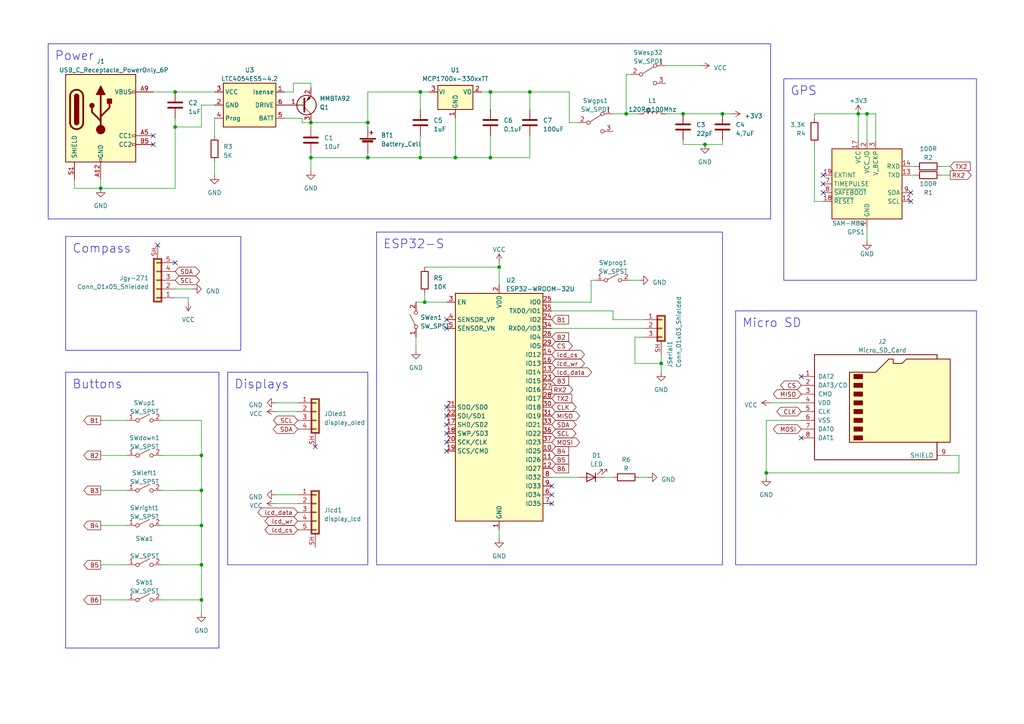
<source format=kicad_sch>
(kicad_sch (version 20230121) (generator eeschema)
  (paper "A4")
  (title_block (title "Esp32_gps_compass") (date "2023-06-05") (rev "v0.1") (company "Davide Barchetta"))
  (lib_symbols
    (symbol "Connector:Micro_SD_Card" (pin_names (offset 1.016))
      (property "Reference" "J" (at -16.51 15.24 0))
      (property "Value" "Micro_SD_Card" (at 16.51 15.24 0))
      (symbol "Micro_SD_Card_0_1"
        (rectangle (start -7.62 -9.525) (end -5.08 -10.795) (fill (type outline)))
        (rectangle (start -7.62 -6.985) (end -5.08 -8.255) (fill (type outline)))
        (rectangle (start -7.62 -4.445) (end -5.08 -5.715) (fill (type outline)))
        (rectangle (start -7.62 -1.905) (end -5.08 -3.175) (fill (type outline)))
        (rectangle (start -7.62 0.635) (end -5.08 -0.635) (fill (type outline)))
        (rectangle (start -7.62 3.175) (end -5.08 1.905) (fill (type outline)))
        (rectangle (start -7.62 5.715) (end -5.08 4.445) (fill (type outline)))
        (rectangle (start -7.62 8.255) (end -5.08 6.985) (fill (type outline)))
        (polyline (pts (xy 16.51 12.7) (xy 16.51 13.97) (xy -19.05 13.97) (xy -19.05 -16.51) (xy 16.51 -16.51) (xy 16.51 -11.43)) (stroke (width 0.254)))
        (polyline (pts (xy -8.89 -11.43) (xy -8.89 8.89) (xy -1.27 8.89) (xy 2.54 12.7) (xy 3.81 12.7) (xy 3.81 11.43) (xy 6.35 11.43) (xy 7.62 12.7) (xy 20.32 12.7) (xy 20.32 -11.43) (xy -8.89 -11.43)) (stroke (width 0.254)) (fill (type background)))
      )
      (symbol "Micro_SD_Card_1_1"
        (pin bidirectional line (at -22.86 7.62 0) (length 3.81) (name "DAT2") (number "1"))
        (pin bidirectional line (at -22.86 5.08 0) (length 3.81) (name "DAT3/CD") (number "2"))
        (pin input line (at -22.86 2.54 0) (length 3.81) (name "CMD") (number "3"))
        (pin power_in line (at -22.86 0 0) (length 3.81) (name "VDD") (number "4"))
        (pin input line (at -22.86 -2.54 0) (length 3.81) (name "CLK") (number "5"))
        (pin power_in line (at -22.86 -5.08 0) (length 3.81) (name "VSS") (number "6"))
        (pin bidirectional line (at -22.86 -7.62 0) (length 3.81) (name "DAT0") (number "7"))
        (pin bidirectional line (at -22.86 -10.16 0) (length 3.81) (name "DAT1") (number "8"))
        (pin passive line (at 20.32 -15.24 180) (length 3.81) (name "SHIELD") (number "9"))
      )
    )
    (symbol "Connector:USB_C_Receptacle_PowerOnly_6P" (pin_names (offset 1.016))
      (property "Reference" "J" (at 0 16.51 0))
      (property "Value" "USB_C_Receptacle_PowerOnly_6P" (at 0 13.97 0))
      (symbol "USB_C_Receptacle_PowerOnly_6P_0_0"
        (rectangle (start -0.254 -12.7) (end 0.254 -11.684))
        (rectangle (start 10.16 -7.366) (end 9.144 -7.874))
        (rectangle (start 10.16 -4.826) (end 9.144 -5.334))
        (rectangle (start 10.16 7.874) (end 9.144 7.366))
      )
      (symbol "USB_C_Receptacle_PowerOnly_6P_0_1"
        (rectangle (start -10.16 12.7) (end 10.16 -12.7) (stroke (width 0.254)) (fill (type background)))
        (arc (start -8.89 -1.27) (mid -6.985 -3.1667) (end -5.08 -1.27) (stroke (width 0.508)))
        (arc (start -7.62 -1.27) (mid -6.985 -1.9023) (end -6.35 -1.27) (stroke (width 0.254)))
        (arc (start -7.62 -1.27) (mid -6.985 -1.9023) (end -6.35 -1.27) (stroke (width 0.254)) (fill (type outline)))
        (rectangle (start -7.62 -1.27) (end -6.35 6.35) (stroke (width 0.254)) (fill (type outline)))
        (arc (start -6.35 6.35) (mid -6.985 6.9823) (end -7.62 6.35) (stroke (width 0.254)))
        (arc (start -6.35 6.35) (mid -6.985 6.9823) (end -7.62 6.35) (stroke (width 0.254)) (fill (type outline)))
        (arc (start -5.08 6.35) (mid -6.985 8.2467) (end -8.89 6.35) (stroke (width 0.508)))
        (circle (center -2.54 3.683) (radius 0.635) (stroke (width 0.254)) (fill (type outline)))
        (circle (center 0 -3.302) (radius 1.27) (fill (type outline)))
        (polyline (pts (xy -8.89 -1.27) (xy -8.89 6.35)) (stroke (width 0.508)))
        (polyline (pts (xy -5.08 6.35) (xy -5.08 -1.27)) (stroke (width 0.508)))
        (polyline (pts (xy 0 -3.302) (xy 0 6.858)) (stroke (width 0.508)))
        (polyline (pts (xy 0 -0.762) (xy -2.54 1.778) (xy -2.54 3.048)) (stroke (width 0.508)))
        (polyline (pts (xy 0 0.508) (xy 2.54 3.048) (xy 2.54 4.318)) (stroke (width 0.508)))
        (polyline (pts (xy -1.27 6.858) (xy 0 9.398) (xy 1.27 6.858) (xy -1.27 6.858)) (stroke (width 0.254)) (fill (type outline)))
        (rectangle (start 1.905 4.318) (end 3.175 5.588) (stroke (width 0.254)) (fill (type outline)))
      )
      (symbol "USB_C_Receptacle_PowerOnly_6P_1_1"
        (pin passive line (at 0 -17.78 90) (length 5.08) (name "GND") (number "A12"))
        (pin bidirectional line (at 15.24 -5.08 180) (length 5.08) (name "CC1") (number "A5"))
        (pin passive line (at 15.24 7.62 180) (length 5.08) (name "VBUS") (number "A9"))
        (pin passive line (at 0 -17.78 90) (length 5.08) hide (name "GND") (number "B12"))
        (pin bidirectional line (at 15.24 -7.62 180) (length 5.08) (name "CC2") (number "B5"))
        (pin passive line (at 15.24 7.62 180) (length 5.08) hide (name "VBUS") (number "B9"))
        (pin passive line (at -7.62 -17.78 90) (length 5.08) (name "SHIELD") (number "S1"))
      )
    )
    (symbol "Connector_Generic_Shielded:Conn_01x03_Shielded" (pin_names (offset 1.016) hide)
      (property "Reference" "J" (at 0.254 4.826 0))
      (property "Value" "Conn_01x03_Shielded" (at 1.016 -4.826 0))
      (symbol "Conn_01x03_Shielded_1_1"
        (rectangle (start -1.27 3.81) (end 1.27 -3.81) (stroke (width 0.1524)))
        (rectangle (start -1.016 -2.413) (end 0.254 -2.667) (stroke (width 0.1524)))
        (rectangle (start -1.016 0.127) (end 0.254 -0.127) (stroke (width 0.1524)))
        (rectangle (start -1.016 2.667) (end 0.254 2.413) (stroke (width 0.1524)))
        (rectangle (start -1.016 3.556) (end 1.016 -3.556) (stroke (width 0.254)) (fill (type background)))
        (pin passive line (at -5.08 2.54 0) (length 4.064) (name "Pin_1") (number "1"))
        (pin passive line (at -5.08 0 0) (length 4.064) (name "Pin_2") (number "2"))
        (pin passive line (at -5.08 -2.54 0) (length 4.064) (name "Pin_3") (number "3"))
        (pin passive line (at 0 -7.62 90) (length 3.81) (name "Shield") (number "SH"))
      )
    )
    (symbol "Connector_Generic_Shielded:Conn_01x04_Shielded" (pin_names (offset 1.016) hide)
      (property "Reference" "J" (at 0.254 4.826 0))
      (property "Value" "Conn_01x04_Shielded" (at 1.016 -7.366 0))
      (symbol "Conn_01x04_Shielded_1_1"
        (rectangle (start -1.27 3.81) (end 1.27 -6.35) (stroke (width 0.1524)))
        (rectangle (start -1.016 -4.953) (end 0.254 -5.207) (stroke (width 0.1524)))
        (rectangle (start -1.016 -2.413) (end 0.254 -2.667) (stroke (width 0.1524)))
        (rectangle (start -1.016 0.127) (end 0.254 -0.127) (stroke (width 0.1524)))
        (rectangle (start -1.016 2.667) (end 0.254 2.413) (stroke (width 0.1524)))
        (rectangle (start -1.016 3.556) (end 1.016 -6.096) (stroke (width 0.254)) (fill (type background)))
        (pin passive line (at -5.08 2.54 0) (length 4.064) (name "Pin_1") (number "1"))
        (pin passive line (at -5.08 0 0) (length 4.064) (name "Pin_2") (number "2"))
        (pin passive line (at -5.08 -2.54 0) (length 4.064) (name "Pin_3") (number "3"))
        (pin passive line (at -5.08 -5.08 0) (length 4.064) (name "Pin_4") (number "4"))
        (pin passive line (at 0 -10.16 90) (length 3.81) (name "Shield") (number "SH"))
      )
    )
    (symbol "Connector_Generic_Shielded:Conn_01x05_Shielded" (pin_names (offset 1.016) hide)
      (property "Reference" "J" (at 0.254 7.366 0))
      (property "Value" "Conn_01x05_Shielded" (at 1.016 -7.366 0))
      (symbol "Conn_01x05_Shielded_1_1"
        (rectangle (start -1.27 6.35) (end 1.27 -6.35) (stroke (width 0.1524)))
        (rectangle (start -1.016 -4.953) (end 0.254 -5.207) (stroke (width 0.1524)))
        (rectangle (start -1.016 -2.413) (end 0.254 -2.667) (stroke (width 0.1524)))
        (rectangle (start -1.016 0.127) (end 0.254 -0.127) (stroke (width 0.1524)))
        (rectangle (start -1.016 2.667) (end 0.254 2.413) (stroke (width 0.1524)))
        (rectangle (start -1.016 5.207) (end 0.254 4.953) (stroke (width 0.1524)))
        (rectangle (start -1.016 6.096) (end 1.016 -6.096) (stroke (width 0.254)) (fill (type background)))
        (pin passive line (at -5.08 5.08 0) (length 4.064) (name "Pin_1") (number "1"))
        (pin passive line (at -5.08 2.54 0) (length 4.064) (name "Pin_2") (number "2"))
        (pin passive line (at -5.08 0 0) (length 4.064) (name "Pin_3") (number "3"))
        (pin passive line (at -5.08 -2.54 0) (length 4.064) (name "Pin_4") (number "4"))
        (pin passive line (at -5.08 -5.08 0) (length 4.064) (name "Pin_5") (number "5"))
        (pin passive line (at 0 -10.16 90) (length 3.81) (name "Shield") (number "SH"))
      )
    )
    (symbol "Device:Battery_Cell" (pin_numbers hide) (pin_names (offset 0) hide)
      (property "Reference" "BT" (at 2.54 2.54 0))
      (property "Value" "Battery_Cell" (at 2.54 0 0))
      (symbol "Battery_Cell_0_1"
        (rectangle (start -2.286 1.778) (end 2.286 1.524) (fill (type outline)))
        (rectangle (start -1.5748 1.1938) (end 1.4732 0.6858) (fill (type outline)))
        (polyline (pts (xy 0 0.762) (xy 0 0)))
        (polyline (pts (xy 0 1.778) (xy 0 2.54)))
        (polyline (pts (xy 0.508 3.429) (xy 1.524 3.429)) (stroke (width 0.254)))
        (polyline (pts (xy 1.016 3.937) (xy 1.016 2.921)) (stroke (width 0.254)))
      )
      (symbol "Battery_Cell_1_1"
        (pin passive line (at 0 5.08 270) (length 2.54) (name "+") (number "1"))
        (pin passive line (at 0 -2.54 90) (length 2.54) (name "-") (number "2"))
      )
    )
    (symbol "Device:C" (pin_numbers hide) (pin_names (offset 0.254))
      (property "Reference" "C" (at 0.635 2.54 0))
      (property "Value" "C" (at 0.635 -2.54 0))
      (symbol "C_0_1"
        (polyline (pts (xy -2.032 -0.762) (xy 2.032 -0.762)) (stroke (width 0.508)))
        (polyline (pts (xy -2.032 0.762) (xy 2.032 0.762)) (stroke (width 0.508)))
      )
      (symbol "C_1_1"
        (pin passive line (at 0 3.81 270) (length 2.794) (name "~") (number "1"))
        (pin passive line (at 0 -3.81 90) (length 2.794) (name "~") (number "2"))
      )
    )
    (symbol "Device:L" (pin_numbers hide) (pin_names (offset 1.016) hide)
      (property "Reference" "L" (at -1.27 0 90))
      (property "Value" "L" (at 1.905 0 90))
      (symbol "L_0_1"
        (arc (start 0 -2.54) (mid 0.6323 -1.905) (end 0 -1.27))
        (arc (start 0 -1.27) (mid 0.6323 -0.635) (end 0 0))
        (arc (start 0 0) (mid 0.6323 0.635) (end 0 1.27))
        (arc (start 0 1.27) (mid 0.6323 1.905) (end 0 2.54))
      )
      (symbol "L_1_1"
        (pin passive line (at 0 3.81 270) (length 1.27) (name "1") (number "1"))
        (pin passive line (at 0 -3.81 90) (length 1.27) (name "2") (number "2"))
      )
    )
    (symbol "Device:LED" (pin_numbers hide) (pin_names (offset 1.016) hide)
      (property "Reference" "D" (at 0 2.54 0))
      (property "Value" "LED" (at 0 -2.54 0))
      (symbol "LED_0_1"
        (polyline (pts (xy -1.27 -1.27) (xy -1.27 1.27)) (stroke (width 0.254)))
        (polyline (pts (xy -1.27 0) (xy 1.27 0)))
        (polyline (pts (xy 1.27 -1.27) (xy 1.27 1.27) (xy -1.27 0) (xy 1.27 -1.27)) (stroke (width 0.254)))
        (polyline (pts (xy -3.048 -0.762) (xy -4.572 -2.286) (xy -3.81 -2.286) (xy -4.572 -2.286) (xy -4.572 -1.524)))
        (polyline (pts (xy -1.778 -0.762) (xy -3.302 -2.286) (xy -2.54 -2.286) (xy -3.302 -2.286) (xy -3.302 -1.524)))
      )
      (symbol "LED_1_1"
        (pin passive line (at -3.81 0 0) (length 2.54) (name "K") (number "1"))
        (pin passive line (at 3.81 0 180) (length 2.54) (name "A") (number "2"))
      )
    )
    (symbol "Device:R" (pin_numbers hide) (pin_names (offset 0))
      (property "Reference" "R" (at 2.032 0 90))
      (property "Value" "R" (at 0 0 90))
      (symbol "R_0_1"
        (rectangle (start -1.016 -2.54) (end 1.016 2.54) (stroke (width 0.254)))
      )
      (symbol "R_1_1"
        (pin passive line (at 0 3.81 270) (length 1.27) (name "~") (number "1"))
        (pin passive line (at 0 -3.81 90) (length 1.27) (name "~") (number "2"))
      )
    )
    (symbol "RF_GPS:SAM-M8Q"
      (property "Reference" "U" (at -8.89 11.43 0))
      (property "Value" "SAM-M8Q" (at 8.89 11.43 0))
      (symbol "SAM-M8Q_0_1"
        (rectangle (start -10.16 10.16) (end 10.16 -10.16) (stroke (width 0.254)) (fill (type background)))
      )
      (symbol "SAM-M8Q_1_1"
        (pin power_in line (at 0 -12.7 90) (length 2.54) (name "GND") (number "1"))
        (pin passive line (at 0 -12.7 90) (length 2.54) hide (name "GND") (number "10"))
        (pin passive line (at 0 -12.7 90) (length 2.54) hide (name "GND") (number "11"))
        (pin input line (at 12.7 -5.08 180) (length 2.54) (name "SCL") (number "12"))
        (pin output line (at 12.7 2.54 180) (length 2.54) (name "TXD") (number "13"))
        (pin input line (at 12.7 5.08 180) (length 2.54) (name "RXD") (number "14"))
        (pin passive line (at 0 -12.7 90) (length 2.54) hide (name "GND") (number "15"))
        (pin passive line (at 0 -12.7 90) (length 2.54) hide (name "GND") (number "16"))
        (pin power_in line (at -2.54 12.7 270) (length 2.54) (name "VCC") (number "17"))
        (pin input line (at -12.7 -5.08 0) (length 2.54) (name "~{RESET}") (number "18"))
        (pin input line (at -12.7 2.54 0) (length 2.54) (name "EXTINT") (number "19"))
        (pin power_in line (at 0 12.7 270) (length 2.54) (name "VCC_IO") (number "2"))
        (pin passive line (at 0 -12.7 90) (length 2.54) hide (name "GND") (number "20"))
        (pin power_in line (at 2.54 12.7 270) (length 2.54) (name "V_BCKP") (number "3"))
        (pin passive line (at 0 -12.7 90) (length 2.54) hide (name "GND") (number "4"))
        (pin passive line (at 0 -12.7 90) (length 2.54) hide (name "GND") (number "5"))
        (pin passive line (at 0 -12.7 90) (length 2.54) hide (name "GND") (number "6"))
        (pin output line (at -12.7 0 0) (length 2.54) (name "TIMEPULSE") (number "7"))
        (pin input line (at -12.7 -2.54 0) (length 2.54) (name "~{SAFEBOOT}") (number "8"))
        (pin bidirectional line (at 12.7 -2.54 180) (length 2.54) (name "SDA") (number "9"))
      )
    )
    (symbol "RF_Module:ESP32-WROOM-32U"
      (property "Reference" "U" (at -12.7 34.29 0))
      (property "Value" "ESP32-WROOM-32U" (at 1.27 34.29 0))
      (symbol "ESP32-WROOM-32U_0_1"
        (rectangle (start -12.7 33.02) (end 12.7 -33.02) (stroke (width 0.254)) (fill (type background)))
      )
      (symbol "ESP32-WROOM-32U_1_1"
        (pin power_in line (at 0 -35.56 90) (length 2.54) (name "GND") (number "1"))
        (pin bidirectional line (at 15.24 -12.7 180) (length 2.54) (name "IO25") (number "10"))
        (pin bidirectional line (at 15.24 -15.24 180) (length 2.54) (name "IO26") (number "11"))
        (pin bidirectional line (at 15.24 -17.78 180) (length 2.54) (name "IO27") (number "12"))
        (pin bidirectional line (at 15.24 10.16 180) (length 2.54) (name "IO14") (number "13"))
        (pin bidirectional line (at 15.24 15.24 180) (length 2.54) (name "IO12") (number "14"))
        (pin passive line (at 0 -35.56 90) (length 2.54) hide (name "GND") (number "15"))
        (pin bidirectional line (at 15.24 12.7 180) (length 2.54) (name "IO13") (number "16"))
        (pin bidirectional line (at -15.24 -5.08 0) (length 2.54) (name "SHD/SD2") (number "17"))
        (pin bidirectional line (at -15.24 -7.62 0) (length 2.54) (name "SWP/SD3") (number "18"))
        (pin bidirectional line (at -15.24 -12.7 0) (length 2.54) (name "SCS/CMD") (number "19"))
        (pin power_in line (at 0 35.56 270) (length 2.54) (name "VDD") (number "2"))
        (pin bidirectional line (at -15.24 -10.16 0) (length 2.54) (name "SCK/CLK") (number "20"))
        (pin bidirectional line (at -15.24 0 0) (length 2.54) (name "SDO/SD0") (number "21"))
        (pin bidirectional line (at -15.24 -2.54 0) (length 2.54) (name "SDI/SD1") (number "22"))
        (pin bidirectional line (at 15.24 7.62 180) (length 2.54) (name "IO15") (number "23"))
        (pin bidirectional line (at 15.24 25.4 180) (length 2.54) (name "IO2") (number "24"))
        (pin bidirectional line (at 15.24 30.48 180) (length 2.54) (name "IO0") (number "25"))
        (pin bidirectional line (at 15.24 20.32 180) (length 2.54) (name "IO4") (number "26"))
        (pin bidirectional line (at 15.24 5.08 180) (length 2.54) (name "IO16") (number "27"))
        (pin bidirectional line (at 15.24 2.54 180) (length 2.54) (name "IO17") (number "28"))
        (pin bidirectional line (at 15.24 17.78 180) (length 2.54) (name "IO5") (number "29"))
        (pin input line (at -15.24 30.48 0) (length 2.54) (name "EN") (number "3"))
        (pin bidirectional line (at 15.24 0 180) (length 2.54) (name "IO18") (number "30"))
        (pin bidirectional line (at 15.24 -2.54 180) (length 2.54) (name "IO19") (number "31"))
        (pin no_connect line (at -12.7 -27.94 0) (length 2.54) hide (name "NC") (number "32"))
        (pin bidirectional line (at 15.24 -5.08 180) (length 2.54) (name "IO21") (number "33"))
        (pin bidirectional line (at 15.24 22.86 180) (length 2.54) (name "RXD0/IO3") (number "34"))
        (pin bidirectional line (at 15.24 27.94 180) (length 2.54) (name "TXD0/IO1") (number "35"))
        (pin bidirectional line (at 15.24 -7.62 180) (length 2.54) (name "IO22") (number "36"))
        (pin bidirectional line (at 15.24 -10.16 180) (length 2.54) (name "IO23") (number "37"))
        (pin passive line (at 0 -35.56 90) (length 2.54) hide (name "GND") (number "38"))
        (pin passive line (at 0 -35.56 90) (length 2.54) hide (name "GND") (number "39"))
        (pin input line (at -15.24 25.4 0) (length 2.54) (name "SENSOR_VP") (number "4"))
        (pin input line (at -15.24 22.86 0) (length 2.54) (name "SENSOR_VN") (number "5"))
        (pin input line (at 15.24 -25.4 180) (length 2.54) (name "IO34") (number "6"))
        (pin input line (at 15.24 -27.94 180) (length 2.54) (name "IO35") (number "7"))
        (pin bidirectional line (at 15.24 -20.32 180) (length 2.54) (name "IO32") (number "8"))
        (pin bidirectional line (at 15.24 -22.86 180) (length 2.54) (name "IO33") (number "9"))
      )
    )
    (symbol "Regulator_Linear:MCP1700x-330xxTT" (pin_names (offset 0.254))
      (property "Reference" "U" (at -3.81 3.175 0))
      (property "Value" "MCP1700x-330xxTT" (at 0 3.175 0))
      (symbol "MCP1700x-330xxTT_0_1"
        (rectangle (start -5.08 1.905) (end 5.08 -5.08) (stroke (width 0.254)) (fill (type background)))
      )
      (symbol "MCP1700x-330xxTT_1_1"
        (pin power_in line (at 0 -7.62 90) (length 2.54) (name "GND") (number "1"))
        (pin power_out line (at 7.62 0 180) (length 2.54) (name "VO") (number "2"))
        (pin power_in line (at -7.62 0 0) (length 2.54) (name "VI") (number "3"))
      )
    )
    (symbol "Switch:SW_SPDT" (pin_names (offset 0) hide)
      (property "Reference" "SW" (at 0 4.318 0))
      (property "Value" "SW_SPDT" (at 0 -5.08 0))
      (symbol "SW_SPDT_0_0"
        (circle (center -2.032 0) (radius 0.508))
        (circle (center 2.032 -2.54) (radius 0.508))
      )
      (symbol "SW_SPDT_0_1"
        (polyline (pts (xy -1.524 0.254) (xy 1.651 2.286)))
        (circle (center 2.032 2.54) (radius 0.508))
      )
      (symbol "SW_SPDT_1_1"
        (pin passive line (at 5.08 2.54 180) (length 2.54) (name "A") (number "1"))
        (pin passive line (at -5.08 0 0) (length 2.54) (name "B") (number "2"))
        (pin passive line (at 5.08 -2.54 180) (length 2.54) (name "C") (number "3"))
      )
    )
    (symbol "Switch:SW_SPST" (pin_names (offset 0) hide)
      (property "Reference" "SW" (at 0 3.175 0))
      (property "Value" "SW_SPST" (at 0 -2.54 0))
      (symbol "SW_SPST_0_0"
        (circle (center -2.032 0) (radius 0.508))
        (polyline (pts (xy -1.524 0.254) (xy 1.524 1.778)))
        (circle (center 2.032 0) (radius 0.508))
      )
      (symbol "SW_SPST_1_1"
        (pin passive line (at -5.08 0 0) (length 2.54) (name "A") (number "1"))
        (pin passive line (at 5.08 0 180) (length 2.54) (name "B") (number "2"))
      )
    )
    (symbol "Transistor_BJT:MMBTA92" (pin_names (offset 0) hide)
      (property "Reference" "Q" (at 5.08 1.905 0))
      (property "Value" "MMBTA92" (at 5.08 0 0))
      (symbol "MMBTA92_0_1"
        (polyline (pts (xy 0 0) (xy 0.635 0)))
        (polyline (pts (xy 2.54 -2.54) (xy 0.635 -0.635)))
        (polyline (pts (xy 2.54 2.54) (xy 0.635 0.635)))
        (polyline (pts (xy 0.635 1.905) (xy 0.635 -1.905) (xy 0.635 -1.905)) (stroke (width 0.508)) (fill (type outline)))
        (polyline (pts (xy 1.905 -2.413) (xy 2.413 -1.905) (xy 1.397 -1.397) (xy 1.905 -2.413) (xy 1.905 -2.413)) (fill (type outline)))
        (circle (center 1.27 0) (radius 2.8194) (stroke (width 0.254)))
      )
      (symbol "MMBTA92_1_1"
        (pin input line (at -5.08 0 0) (length 5.08) (name "B") (number "1"))
        (pin passive line (at 2.54 -5.08 90) (length 2.54) (name "E") (number "2"))
        (pin passive line (at 2.54 5.08 270) (length 2.54) (name "C") (number "3"))
      )
    )
    (symbol "mia_libreria:LTC1734ES6-4.2"
      (property "Reference" "U" (at -5.842 6.604 0))
      (property "Value" "LTC4054ES5-4.2" (at -3.81 6.35 0))
      (symbol "LTC1734ES6-4.2_0_1"
        (rectangle (start -7.62 5.08) (end 7.62 -7.62) (stroke (width 0.254)) (fill (type background)))
      )
      (symbol "LTC1734ES6-4.2_1_1"
        (pin output line (at 10.16 2.54 180) (length 2.54) (name "Isense") (number "1"))
        (pin power_in line (at -10.16 -1.27 0) (length 2.54) (name "GND") (number "2"))
        (pin power_in line (at -10.16 2.54 0) (length 2.54) (name "VCC") (number "3"))
        (pin bidirectional line (at -10.16 -5.08 0) (length 2.54) (name "Prog") (number "4"))
        (pin power_out line (at 10.16 -5.08 180) (length 2.54) (name "BATT") (number "5"))
        (pin output line (at 10.16 -1.27 180) (length 2.54) (name "DRIVE") (number "6"))
      )
    )
    (symbol "power:+3V3" (power) (pin_names (offset 0))
      (property "Value" "+3V3" (at 0 3.556 0))
      (symbol "+3V3_0_1"
        (polyline (pts (xy -0.762 1.27) (xy 0 2.54)))
        (polyline (pts (xy 0 0) (xy 0 2.54)))
        (polyline (pts (xy 0 2.54) (xy 0.762 1.27)))
      )
      (symbol "+3V3_1_1"
        (pin power_in line (at 0 0 90) (length 0) hide (name "+3V3") (number "1"))
      )
    )
    (symbol "power:GND" (power) (pin_names (offset 0))
      (property "Value" "GND" (at 0 -3.81 0))
      (symbol "GND_0_1"
        (polyline (pts (xy 0 0) (xy 0 -1.27) (xy 1.27 -1.27) (xy 0 -2.54) (xy -1.27 -1.27) (xy 0 -1.27)))
      )
      (symbol "GND_1_1"
        (pin power_in line (at 0 0 270) (length 0) hide (name "GND") (number "1"))
      )
    )
    (symbol "power:VCC" (power) (pin_names (offset 0))
      (property "Value" "VCC" (at 0 3.81 0))
      (symbol "VCC_0_1"
        (polyline (pts (xy -0.762 1.27) (xy 0 2.54)))
        (polyline (pts (xy 0 0) (xy 0 2.54)))
        (polyline (pts (xy 0 2.54) (xy 0.762 1.27)))
      )
      (symbol "VCC_1_1"
        (pin power_in line (at 0 0 90) (length 0) hide (name "VCC") (number "1"))
      )
    )
  )
  (junction (at 58.42 152.4))
  (junction (at 58.42 142.24))
  (junction (at 204.47 41.91))
  (junction (at 222.25 137.16))
  (junction (at 106.68 45.72))
  (junction (at 90.17 35.56))
  (junction (at 58.42 173.99))
  (junction (at 191.77 105.41))
  (junction (at 142.24 45.72))
  (junction (at 121.92 45.72))
  (junction (at 58.42 132.08))
  (junction (at 121.92 26.67))
  (junction (at 58.42 163.83))
  (junction (at 142.24 26.67))
  (junction (at 123.19 87.63))
  (junction (at 90.17 45.72))
  (junction (at 132.08 45.72))
  (junction (at 251.46 33.02))
  (junction (at 50.8 36.83))
  (junction (at 209.55 33.02))
  (junction (at 106.68 35.56))
  (junction (at 29.21 54.61))
  (junction (at 50.8 26.67))
  (junction (at 144.78 77.47))
  (junction (at 153.67 26.67))
  (junction (at 198.12 33.02))
  (junction (at 181.61 33.02))
  (junction (at 248.92 33.02))
  (no_connect (at 129.54 92.71))
  (no_connect (at 232.41 127))
  (no_connect (at 129.54 123.19))
  (no_connect (at 44.45 41.91))
  (no_connect (at 238.76 53.34))
  (no_connect (at 238.76 55.88))
  (no_connect (at 264.16 58.42))
  (no_connect (at 238.76 50.8))
  (no_connect (at 129.54 118.11))
  (no_connect (at 160.02 143.51))
  (no_connect (at 264.16 55.88))
  (no_connect (at 160.02 146.05))
  (no_connect (at 129.54 128.27))
  (no_connect (at 45.72 71.12))
  (no_connect (at 91.44 129.54))
  (no_connect (at 129.54 95.25))
  (no_connect (at 44.45 39.37))
  (no_connect (at 50.8 76.2))
  (no_connect (at 129.54 120.65))
  (no_connect (at 129.54 130.81))
  (no_connect (at 129.54 125.73))
  (no_connect (at 232.41 109.22))
  (no_connect (at 160.02 140.97))
  (wire (pts (xy 184.15 97.79) (xy 184.15 105.41)))
  (wire (pts (xy 29.21 142.24) (xy 36.83 142.24)))
  (wire (pts (xy 120.65 97.79) (xy 120.65 101.6)))
  (wire (pts (xy 123.19 77.47) (xy 144.78 77.47)))
  (wire (pts (xy 62.23 30.48) (xy 58.42 30.48)))
  (wire (pts (xy 251.46 40.64) (xy 251.46 33.02)))
  (wire (pts (xy 209.55 40.64) (xy 209.55 41.91)))
  (wire (pts (xy 248.92 33.02) (xy 248.92 40.64)))
  (wire (pts (xy 132.08 34.29) (xy 132.08 45.72)))
  (wire (pts (xy 236.22 34.29) (xy 236.22 33.02)))
  (wire (pts (xy 142.24 39.37) (xy 142.24 45.72)))
  (wire (pts (xy 90.17 45.72) (xy 90.17 49.53)))
  (wire (pts (xy 198.12 40.64) (xy 198.12 41.91)))
  (wire (pts (xy 106.68 45.72) (xy 121.92 45.72)))
  (wire (pts (xy 165.1 35.56) (xy 165.1 26.67)))
  (wire (pts (xy 29.21 152.4) (xy 36.83 152.4)))
  (wire (pts (xy 223.52 116.84) (xy 232.41 116.84)))
  (wire (pts (xy 181.61 21.59) (xy 181.61 33.02)))
  (wire (pts (xy 106.68 36.83) (xy 106.68 35.56)))
  (wire (pts (xy 167.64 35.56) (xy 165.1 35.56)))
  (wire (pts (xy 29.21 121.92) (xy 36.83 121.92)))
  (wire (pts (xy 90.17 45.72) (xy 106.68 45.72)))
  (wire (pts (xy 121.92 26.67) (xy 121.92 31.75)))
  (wire (pts (xy 80.01 119.38) (xy 86.36 119.38)))
  (wire (pts (xy 160.02 138.43) (xy 167.64 138.43)))
  (wire (pts (xy 160.02 95.25) (xy 186.69 95.25)))
  (wire (pts (xy 254 40.64) (xy 254 33.02)))
  (wire (pts (xy 121.92 39.37) (xy 121.92 45.72)))
  (wire (pts (xy 58.42 173.99) (xy 58.42 177.8)))
  (wire (pts (xy 87.63 35.56) (xy 90.17 35.56)))
  (wire (pts (xy 50.8 86.36) (xy 54.61 86.36)))
  (wire (pts (xy 236.22 58.42) (xy 236.22 41.91)))
  (wire (pts (xy 171.45 81.28) (xy 171.45 87.63)))
  (wire (pts (xy 142.24 45.72) (xy 153.67 45.72)))
  (wire (pts (xy 254 33.02) (xy 251.46 33.02)))
  (wire (pts (xy 21.59 52.07) (xy 21.59 54.61)))
  (wire (pts (xy 191.77 105.41) (xy 191.77 107.95)))
  (wire (pts (xy 153.67 26.67) (xy 153.67 31.75)))
  (wire (pts (xy 153.67 39.37) (xy 153.67 45.72)))
  (wire (pts (xy 106.68 26.67) (xy 106.68 35.56)))
  (wire (pts (xy 58.42 142.24) (xy 58.42 152.4)))
  (wire (pts (xy 54.61 86.36) (xy 54.61 87.63)))
  (wire (pts (xy 177.8 92.71) (xy 186.69 92.71)))
  (wire (pts (xy 278.13 137.16) (xy 222.25 137.16)))
  (wire (pts (xy 46.99 121.92) (xy 58.42 121.92)))
  (wire (pts (xy 29.21 173.99) (xy 36.83 173.99)))
  (wire (pts (xy 29.21 163.83) (xy 36.83 163.83)))
  (wire (pts (xy 58.42 152.4) (xy 58.42 163.83)))
  (wire (pts (xy 106.68 44.45) (xy 106.68 45.72)))
  (wire (pts (xy 177.8 33.02) (xy 181.61 33.02)))
  (wire (pts (xy 50.8 36.83) (xy 50.8 54.61)))
  (wire (pts (xy 132.08 45.72) (xy 142.24 45.72)))
  (wire (pts (xy 209.55 33.02) (xy 212.09 33.02)))
  (wire (pts (xy 175.26 138.43) (xy 177.8 138.43)))
  (wire (pts (xy 236.22 33.02) (xy 248.92 33.02)))
  (wire (pts (xy 46.99 152.4) (xy 58.42 152.4)))
  (wire (pts (xy 265.43 50.8) (xy 264.16 50.8)))
  (wire (pts (xy 46.99 173.99) (xy 58.42 173.99)))
  (wire (pts (xy 193.04 33.02) (xy 198.12 33.02)))
  (wire (pts (xy 198.12 33.02) (xy 209.55 33.02)))
  (wire (pts (xy 90.17 44.45) (xy 90.17 45.72)))
  (wire (pts (xy 222.25 138.43) (xy 222.25 137.16)))
  (wire (pts (xy 58.42 121.92) (xy 58.42 132.08)))
  (wire (pts (xy 82.55 34.29) (xy 87.63 34.29)))
  (wire (pts (xy 232.41 121.92) (xy 222.25 121.92)))
  (wire (pts (xy 87.63 34.29) (xy 87.63 35.56)))
  (wire (pts (xy 144.78 153.67) (xy 144.78 156.21)))
  (wire (pts (xy 275.59 48.26) (xy 273.05 48.26)))
  (wire (pts (xy 29.21 132.08) (xy 36.83 132.08)))
  (wire (pts (xy 80.01 143.51) (xy 86.36 143.51)))
  (wire (pts (xy 191.77 102.87) (xy 191.77 105.41)))
  (wire (pts (xy 85.09 24.13) (xy 90.17 24.13)))
  (wire (pts (xy 58.42 163.83) (xy 58.42 173.99)))
  (wire (pts (xy 142.24 26.67) (xy 142.24 31.75)))
  (wire (pts (xy 120.65 87.63) (xy 123.19 87.63)))
  (wire (pts (xy 182.88 21.59) (xy 181.61 21.59)))
  (wire (pts (xy 46.99 163.83) (xy 58.42 163.83)))
  (wire (pts (xy 181.61 33.02) (xy 185.42 33.02)))
  (wire (pts (xy 50.8 26.67) (xy 62.23 26.67)))
  (wire (pts (xy 222.25 121.92) (xy 222.25 137.16)))
  (wire (pts (xy 90.17 36.83) (xy 90.17 35.56)))
  (wire (pts (xy 58.42 30.48) (xy 58.42 36.83)))
  (wire (pts (xy 85.09 26.67) (xy 85.09 24.13)))
  (wire (pts (xy 46.99 142.24) (xy 58.42 142.24)))
  (wire (pts (xy 46.99 132.08) (xy 58.42 132.08)))
  (wire (pts (xy 62.23 46.99) (xy 62.23 50.8)))
  (wire (pts (xy 204.47 41.91) (xy 209.55 41.91)))
  (wire (pts (xy 90.17 35.56) (xy 106.68 35.56)))
  (wire (pts (xy 275.59 50.8) (xy 273.05 50.8)))
  (wire (pts (xy 251.46 69.85) (xy 251.46 66.04)))
  (wire (pts (xy 90.17 24.13) (xy 90.17 25.4)))
  (wire (pts (xy 144.78 76.2) (xy 144.78 77.47)))
  (wire (pts (xy 106.68 26.67) (xy 121.92 26.67)))
  (wire (pts (xy 198.12 41.91) (xy 204.47 41.91)))
  (wire (pts (xy 58.42 132.08) (xy 58.42 142.24)))
  (wire (pts (xy 123.19 87.63) (xy 129.54 87.63)))
  (wire (pts (xy 171.45 87.63) (xy 160.02 87.63)))
  (wire (pts (xy 50.8 36.83) (xy 50.8 34.29)))
  (wire (pts (xy 278.13 132.08) (xy 278.13 137.16)))
  (wire (pts (xy 203.2 19.05) (xy 193.04 19.05)))
  (wire (pts (xy 121.92 45.72) (xy 132.08 45.72)))
  (wire (pts (xy 186.69 97.79) (xy 184.15 97.79)))
  (wire (pts (xy 153.67 26.67) (xy 165.1 26.67)))
  (wire (pts (xy 139.7 26.67) (xy 142.24 26.67)))
  (wire (pts (xy 80.01 116.84) (xy 86.36 116.84)))
  (wire (pts (xy 171.45 81.28) (xy 172.72 81.28)))
  (wire (pts (xy 184.15 105.41) (xy 191.77 105.41)))
  (wire (pts (xy 142.24 26.67) (xy 153.67 26.67)))
  (wire (pts (xy 185.42 138.43) (xy 187.96 138.43)))
  (wire (pts (xy 121.92 26.67) (xy 124.46 26.67)))
  (wire (pts (xy 80.01 146.05) (xy 86.36 146.05)))
  (wire (pts (xy 251.46 33.02) (xy 248.92 33.02)))
  (wire (pts (xy 82.55 26.67) (xy 85.09 26.67)))
  (wire (pts (xy 160.02 90.17) (xy 177.8 90.17)))
  (wire (pts (xy 265.43 48.26) (xy 264.16 48.26)))
  (wire (pts (xy 182.88 81.28) (xy 185.42 81.28)))
  (wire (pts (xy 123.19 85.09) (xy 123.19 87.63)))
  (wire (pts (xy 238.76 58.42) (xy 236.22 58.42)))
  (wire (pts (xy 50.8 83.82) (xy 55.88 83.82)))
  (wire (pts (xy 21.59 54.61) (xy 29.21 54.61)))
  (wire (pts (xy 275.59 132.08) (xy 278.13 132.08)))
  (wire (pts (xy 50.8 54.61) (xy 29.21 54.61)))
  (wire (pts (xy 62.23 34.29) (xy 62.23 39.37)))
  (wire (pts (xy 58.42 36.83) (xy 50.8 36.83)))
  (wire (pts (xy 29.21 52.07) (xy 29.21 54.61)))
  (wire (pts (xy 144.78 77.47) (xy 144.78 82.55)))
  (wire (pts (xy 177.8 90.17) (xy 177.8 92.71)))
  (wire (pts (xy 44.45 26.67) (xy 50.8 26.67)))
  (text_box "Displays" (at 66.04 107.95 0) (size 40.64 55.88) (effects (font (size 2.54 2.54)) (justify left top)))
  (text_box "ESP32-S" (at 109.22 67.31 0) (size 100.33 96.52) (effects (font (size 2.54 2.54)) (justify left top)))
  (text_box "Buttons" (at 19.05 107.95 0) (size 44.45 80.01) (effects (font (size 2.54 2.54)) (justify left top)))
  (text_box "Micro SD\n" (at 213.36 90.17 0) (size 69.85 73.66) (effects (font (size 2.54 2.54)) (justify left top)))
  (text_box "Compass" (at 19.05 68.58 0) (size 50.8 33.02) (effects (font (size 2.54 2.54)) (justify left top)))
  (text_box "Power" (at 13.97 12.7 0) (size 209.55 50.8) (effects (font (size 2.54 2.54)) (justify left top)))
  (text_box "GPS" (at 227.33 22.86 0) (size 55.88 58.42) (effects (font (size 2.54 2.54)) (justify left top)))
  (global_label "MOSI" (shape bidirectional) (at 160.02 128.27 0) (property "Intersheetrefs" "${INTERSHEET_REFS}" (effects hide)))
  (global_label "SCL" (shape bidirectional) (at 86.36 121.92 180) (property "Intersheetrefs" "${INTERSHEET_REFS}" (effects hide)))
  (global_label "lcd_data" (shape bidirectional) (at 86.36 148.59 180) (property "Intersheetrefs" "${INTERSHEET_REFS}" (effects hide)))
  (global_label "B4" (shape output) (at 29.21 152.4 180) (property "Intersheetrefs" "${INTERSHEET_REFS}" (effects hide)))
  (global_label "lcd_wr" (shape bidirectional) (at 160.02 105.41 0) (property "Intersheetrefs" "${INTERSHEET_REFS}" (effects hide)))
  (global_label "SDA" (shape bidirectional) (at 50.8 78.74 0) (property "Intersheetrefs" "${INTERSHEET_REFS}" (effects hide)))
  (global_label "B3" (shape input) (at 160.02 110.49 0) (property "Intersheetrefs" "${INTERSHEET_REFS}" (effects hide)))
  (global_label "B2" (shape input) (at 160.02 97.79 0) (property "Intersheetrefs" "${INTERSHEET_REFS}" (effects hide)))
  (global_label "B3" (shape output) (at 29.21 142.24 180) (property "Intersheetrefs" "${INTERSHEET_REFS}" (effects hide)))
  (global_label "lcd_cs" (shape bidirectional) (at 86.36 153.67 180) (property "Intersheetrefs" "${INTERSHEET_REFS}" (effects hide)))
  (global_label "RX2" (shape output) (at 160.02 113.03 0) (property "Intersheetrefs" "${INTERSHEET_REFS}" (effects hide)))
  (global_label "TX2" (shape input) (at 275.59 48.26 0) (property "Intersheetrefs" "${INTERSHEET_REFS}" (effects hide)))
  (global_label "lcd_cs" (shape bidirectional) (at 160.02 102.87 0) (property "Intersheetrefs" "${INTERSHEET_REFS}" (effects hide)))
  (global_label "B5" (shape input) (at 160.02 133.35 0) (property "Intersheetrefs" "${INTERSHEET_REFS}" (effects hide)))
  (global_label "MOSI" (shape bidirectional) (at 232.41 124.46 180) (property "Intersheetrefs" "${INTERSHEET_REFS}" (effects hide)))
  (global_label "CS" (shape bidirectional) (at 160.02 100.33 0) (property "Intersheetrefs" "${INTERSHEET_REFS}" (effects hide)))
  (global_label "B1" (shape input) (at 160.02 92.71 0) (property "Intersheetrefs" "${INTERSHEET_REFS}" (effects hide)))
  (global_label "B2" (shape output) (at 29.21 132.08 180) (property "Intersheetrefs" "${INTERSHEET_REFS}" (effects hide)))
  (global_label "RX2" (shape output) (at 275.59 50.8 0) (property "Intersheetrefs" "${INTERSHEET_REFS}" (effects hide)))
  (global_label "MISO" (shape bidirectional) (at 160.02 120.65 0) (property "Intersheetrefs" "${INTERSHEET_REFS}" (effects hide)))
  (global_label "SCL" (shape bidirectional) (at 50.8 81.28 0) (property "Intersheetrefs" "${INTERSHEET_REFS}" (effects hide)))
  (global_label "CLK" (shape bidirectional) (at 160.02 118.11 0) (property "Intersheetrefs" "${INTERSHEET_REFS}" (effects hide)))
  (global_label "lcd_wr" (shape bidirectional) (at 86.36 151.13 180) (property "Intersheetrefs" "${INTERSHEET_REFS}" (effects hide)))
  (global_label "B1" (shape output) (at 29.21 121.92 180) (property "Intersheetrefs" "${INTERSHEET_REFS}" (effects hide)))
  (global_label "SDA" (shape bidirectional) (at 86.36 124.46 180) (property "Intersheetrefs" "${INTERSHEET_REFS}" (effects hide)))
  (global_label "lcd_data" (shape bidirectional) (at 160.02 107.95 0) (property "Intersheetrefs" "${INTERSHEET_REFS}" (effects hide)))
  (global_label "SDA" (shape bidirectional) (at 160.02 123.19 0) (property "Intersheetrefs" "${INTERSHEET_REFS}" (effects hide)))
  (global_label "MISO" (shape bidirectional) (at 232.41 114.3 180) (property "Intersheetrefs" "${INTERSHEET_REFS}" (effects hide)))
  (global_label "CS" (shape bidirectional) (at 232.41 111.76 180) (property "Intersheetrefs" "${INTERSHEET_REFS}" (effects hide)))
  (global_label "B6" (shape input) (at 160.02 135.89 0) (property "Intersheetrefs" "${INTERSHEET_REFS}" (effects hide)))
  (global_label "SCL" (shape bidirectional) (at 160.02 125.73 0) (property "Intersheetrefs" "${INTERSHEET_REFS}" (effects hide)))
  (global_label "B6" (shape output) (at 29.21 173.99 180) (property "Intersheetrefs" "${INTERSHEET_REFS}" (effects hide)))
  (global_label "B4" (shape input) (at 160.02 130.81 0) (property "Intersheetrefs" "${INTERSHEET_REFS}" (effects hide)))
  (global_label "TX2" (shape input) (at 160.02 115.57 0) (property "Intersheetrefs" "${INTERSHEET_REFS}" (effects hide)))
  (global_label "B5" (shape output) (at 29.21 163.83 180) (property "Intersheetrefs" "${INTERSHEET_REFS}" (effects hide)))
  (global_label "CLK" (shape bidirectional) (at 232.41 119.38 180) (property "Intersheetrefs" "${INTERSHEET_REFS}" (effects hide)))
  (symbol (lib_id "Switch:SW_SPDT") (at 172.72 35.56 0) (unit 1)
    (property "Reference" "SWgps1" (at 172.72 29.21 0))
    (property "Value" "SW_SPDT" (at 172.72 31.75 0))
    (property "Footprint" "Button_Switch_SMD:SW_SPDT_PCM12" (effects hide))
  )
  (symbol (lib_id "power:VCC") (at 80.01 119.38 90) (unit 1)
    (property "Reference" "#PWR021" (effects hide))
    (property "Value" "VCC" (at 76.2 120.015 90) (effects (justify left)))
  )
  (symbol (lib_id "Switch:SW_SPDT") (at 187.96 21.59 0) (unit 1)
    (property "Reference" "SWesp32" (at 187.96 15.24 0))
    (property "Value" "SW_SPDT" (at 187.96 17.78 0))
    (property "Footprint" "Button_Switch_SMD:SW_SPDT_PCM12" (effects hide))
  )
  (symbol (lib_id "Switch:SW_SPST") (at 41.91 163.83 0) (unit 1)
    (property "Reference" "SWa1" (at 41.91 156.21 0))
    (property "Value" "SW_SPST" (at 41.91 161.29 0))
    (property "Footprint" "Button_Switch_THT:SW_PUSH_6mm" (effects hide))
  )
  (symbol (lib_id "Device:C") (at 121.92 35.56 0) (unit 1)
    (property "Reference" "C5" (at 125.73 34.925 0) (effects (justify left)))
    (property "Value" "1uF" (at 125.73 37.465 0) (effects (justify left)))
    (property "Footprint" "Capacitor_SMD:C_0805_2012Metric_Pad1.18x1.45mm_HandSolder" (effects hide))
  )
  (symbol (lib_id "power:GND") (at 185.42 81.28 90) (unit 1)
    (property "Reference" "#PWR03" (effects hide))
    (property "Value" "GND" (at 189.23 81.915 90) (effects (justify right)))
  )
  (symbol (lib_id "Switch:SW_SPST") (at 41.91 152.4 0) (unit 1)
    (property "Reference" "SWright1" (at 41.91 147.32 0))
    (property "Value" "SW_SPST" (at 41.91 149.86 0))
    (property "Footprint" "Button_Switch_THT:SW_PUSH_6mm" (effects hide))
  )
  (symbol (lib_id "Connector:USB_C_Receptacle_PowerOnly_6P") (at 29.21 34.29 0) (unit 1)
    (property "Reference" "J1" (at 29.21 17.78 0))
    (property "Value" "USB_C_Receptacle_PowerOnly_6P" (at 33.02 20.32 0))
    (property "Footprint" "Connector_USB:USB_C_Receptacle_GCT_USB4085" (effects hide))
    (property "Datasheet" "https://www.usb.org/sites/default/files/documents/usb_type-c.zip" (effects hide))
  )
  (symbol (lib_id "Transistor_BJT:MMBTA92") (at 87.63 30.48 0) (mirror x) (unit 1)
    (property "Reference" "Q1" (at 92.71 31.115 0) (effects (justify left)))
    (property "Value" "MMBTA92" (at 92.71 28.575 0) (effects (justify left)))
    (property "Footprint" "Package_TO_SOT_SMD:SOT-23" (effects hide))
    (property "Datasheet" "https://www.onsemi.com/pub/Collateral/MMBTA92LT1-D.PDF" (effects hide))
  )
  (symbol (lib_id "Device:R") (at 62.23 43.18 0) (unit 1)
    (property "Reference" "R3" (at 64.77 42.545 0) (effects (justify left)))
    (property "Value" "5K" (at 64.77 45.085 0) (effects (justify left)))
    (property "Footprint" "Resistor_SMD:R_0603_1608Metric_Pad0.98x0.95mm_HandSolder" (effects hide))
  )
  (symbol (lib_id "power:GND") (at 80.01 143.51 270) (unit 1)
    (property "Reference" "#PWR023" (effects hide))
    (property "Value" "GND" (at 76.2 144.145 90) (effects (justify right)))
  )
  (symbol (lib_id "mia_libreria:LTC1734ES6-4.2") (at 72.39 29.21 0) (unit 1)
    (property "Reference" "U3" (at 72.39 20.32 0))
    (property "Value" "LTC4054ES5-4.2" (at 72.39 22.86 0))
    (property "Footprint" "Package_TO_SOT_SMD:TSOT-23-6_HandSoldering" (effects hide))
    (property "Datasheet" "https://www.analog.com/media/en/technical-documentation/data-sheets/1734fa.pdf" (effects hide))
  )
  (symbol (lib_id "Device:C") (at 153.67 35.56 0) (unit 1)
    (property "Reference" "C7" (at 157.48 34.925 0) (effects (justify left)))
    (property "Value" "100uF" (at 157.48 37.465 0) (effects (justify left)))
    (property "Footprint" "Capacitor_SMD:C_0805_2012Metric_Pad1.18x1.45mm_HandSolder" (effects hide))
  )
  (symbol (lib_id "Device:R") (at 123.19 81.28 0) (unit 1)
    (property "Reference" "R5" (at 125.73 80.645 0) (effects (justify left)))
    (property "Value" "10K" (at 125.73 83.185 0) (effects (justify left)))
    (property "Footprint" "Resistor_SMD:R_0603_1608Metric_Pad0.98x0.95mm_HandSolder" (effects hide))
  )
  (symbol (lib_id "Device:C") (at 198.12 36.83 0) (unit 1)
    (property "Reference" "C3" (at 201.93 36.195 0) (effects (justify left)))
    (property "Value" "22pF" (at 201.93 38.735 0) (effects (justify left)))
    (property "Footprint" "Capacitor_SMD:C_0805_2012Metric_Pad1.18x1.45mm_HandSolder" (effects hide))
  )
  (symbol (lib_id "Switch:SW_SPST") (at 41.91 142.24 0) (unit 1)
    (property "Reference" "SWleft1" (at 41.91 137.16 0))
    (property "Value" "SW_SPST" (at 41.91 139.7 0))
    (property "Footprint" "Button_Switch_THT:SW_PUSH_6mm" (effects hide))
  )
  (symbol (lib_id "Switch:SW_SPST") (at 120.65 92.71 90) (unit 1)
    (property "Reference" "SWen1" (at 121.92 92.075 90) (effects (justify right)))
    (property "Value" "SW_SPST" (at 121.92 94.615 90) (effects (justify right)))
    (property "Footprint" "Button_Switch_SMD:SW_SPST_EVQPE1" (effects hide))
  )
  (symbol (lib_id "Device:LED") (at 171.45 138.43 180) (unit 1)
    (property "Reference" "D1" (at 173.0375 132.08 0))
    (property "Value" "LED" (at 173.0375 134.62 0))
    (property "Footprint" "LED_THT:LED_D3.0mm" (effects hide))
  )
  (symbol (lib_id "Connector_Generic_Shielded:Conn_01x05_Shielded") (at 45.72 81.28 180) (unit 1)
    (property "Reference" "Jgy-271" (at 43.18 80.645 0) (effects (justify left)))
    (property "Value" "Conn_01x05_Shielded" (at 43.18 83.185 0) (effects (justify left)))
    (property "Footprint" "mia_libreria:BMP280" (effects hide))
  )
  (symbol (lib_id "power:GND") (at 204.47 41.91 0) (unit 1)
    (property "Reference" "#PWR015" (effects hide))
    (property "Value" "GND" (at 204.47 46.99 0))
  )
  (symbol (lib_id "Device:R") (at 236.22 38.1 180) (unit 1)
    (property "Reference" "R4" (at 233.68 38.735 0) (effects (justify left)))
    (property "Value" "3,3K" (at 233.68 36.195 0) (effects (justify left)))
    (property "Footprint" "Resistor_SMD:R_0603_1608Metric_Pad0.98x0.95mm_HandSolder" (effects hide))
  )
  (symbol (lib_id "Switch:SW_SPST") (at 41.91 173.99 0) (unit 1)
    (property "Reference" "SWb1" (at 41.91 168.91 0))
    (property "Value" "SW_SPST" (at 41.91 171.45 0))
    (property "Footprint" "Button_Switch_THT:SW_PUSH_6mm" (effects hide))
  )
  (symbol (lib_id "Connector_Generic_Shielded:Conn_01x03_Shielded") (at 191.77 95.25 0) (unit 1)
    (property "Reference" "JSerial1" (at 194.31 106.68 90) (effects (justify left)))
    (property "Value" "Conn_01x03_Shielded" (at 196.85 106.68 90) (effects (justify left)))
    (property "Footprint" "Connector_PinSocket_2.54mm:PinSocket_1x03_P2.54mm_Vertical" (effects hide))
  )
  (symbol (lib_id "power:GND") (at 251.46 69.85 0) (unit 1)
    (property "Reference" "#PWR016" (effects hide))
    (property "Value" "GND" (at 251.46 73.66 0))
  )
  (symbol (lib_id "power:GND") (at 222.25 138.43 0) (unit 1)
    (property "Reference" "#PWR011" (effects hide))
    (property "Value" "GND" (at 222.25 143.51 0))
  )
  (symbol (lib_id "power:GND") (at 80.01 116.84 270) (unit 1)
    (property "Reference" "#PWR012" (effects hide))
    (property "Value" "GND" (at 76.2 117.475 90) (effects (justify right)))
  )
  (symbol (lib_id "Device:R") (at 181.61 138.43 90) (unit 1)
    (property "Reference" "R6" (at 181.61 133.35 90))
    (property "Value" "R" (at 181.61 135.89 90))
    (property "Footprint" "Resistor_SMD:R_0603_1608Metric_Pad0.98x0.95mm_HandSolder" (effects hide))
  )
  (symbol (lib_id "Regulator_Linear:MCP1700x-330xxTT") (at 132.08 26.67 0) (unit 1)
    (property "Reference" "U1" (at 132.08 20.32 0))
    (property "Value" "MCP1700x-330xxTT" (at 132.08 22.86 0))
    (property "Footprint" "Package_TO_SOT_SMD:SOT-23" (effects hide))
    (property "Datasheet" "http://ww1.microchip.com/downloads/en/DeviceDoc/20001826D.pdf" (effects hide))
  )
  (symbol (lib_id "power:VCC") (at 54.61 87.63 180) (unit 1)
    (property "Reference" "#PWR019" (effects hide))
    (property "Value" "VCC" (at 54.61 92.71 0))
  )
  (symbol (lib_id "power:GND") (at 187.96 138.43 90) (unit 1)
    (property "Reference" "#PWR024" (effects hide))
    (property "Value" "GND" (at 191.77 139.065 90) (effects (justify right)))
  )
  (symbol (lib_id "power:GND") (at 191.77 107.95 0) (unit 1)
    (property "Reference" "#PWR017" (effects hide))
    (property "Value" "GND" (at 191.77 113.03 0))
  )
  (symbol (lib_id "power:GND") (at 62.23 50.8 0) (unit 1)
    (property "Reference" "#PWR06" (effects hide))
    (property "Value" "GND" (at 62.23 55.88 0))
  )
  (symbol (lib_id "Connector_Generic_Shielded:Conn_01x05_Shielded") (at 91.44 148.59 0) (unit 1)
    (property "Reference" "Jlcd1" (at 93.98 147.955 0) (effects (justify left)))
    (property "Value" "display_lcd" (at 93.98 150.495 0) (effects (justify left)))
    (property "Footprint" "mia_libreria:display_7_segm_4_digits" (effects hide))
  )
  (symbol (lib_id "power:VCC") (at 203.2 19.05 270) (unit 1)
    (property "Reference" "#PWR08" (effects hide))
    (property "Value" "VCC" (at 207.01 19.685 90) (effects (justify left)))
  )
  (symbol (lib_id "RF_Module:ESP32-WROOM-32U") (at 144.78 118.11 0) (unit 1)
    (property "Reference" "U2" (at 146.7359 81.28 0) (effects (justify left)))
    (property "Value" "ESP32-WROOM-32U" (at 146.7359 83.82 0) (effects (justify left)))
    (property "Footprint" "RF_Module:ESP32-WROOM-32U" (effects hide))
    (property "Datasheet" "https://www.espressif.com/sites/default/files/documentation/esp32-wroom-32d_esp32-wroom-32u_datasheet_en.pdf" (effects hide))
  )
  (symbol (lib_id "power:+3V3") (at 248.92 33.02 0) (unit 1)
    (property "Reference" "#PWR05" (effects hide))
    (property "Value" "+3V3" (at 248.92 29.21 0))
  )
  (symbol (lib_id "Device:Battery_Cell") (at 106.68 41.91 0) (unit 1)
    (property "Reference" "BT1" (at 110.49 39.243 0) (effects (justify left)))
    (property "Value" "Battery_Cell" (at 110.49 41.783 0) (effects (justify left)))
    (property "Footprint" "Connector_Hirose:Hirose_DF13C_CL535-0402-2-51_1x02-1MP_P1.25mm_Vertical" (effects hide))
  )
  (symbol (lib_id "power:VCC") (at 80.01 146.05 90) (unit 1)
    (property "Reference" "#PWR022" (effects hide))
    (property "Value" "VCC" (at 76.2 146.685 90) (effects (justify left)))
  )
  (symbol (lib_id "power:GND") (at 55.88 83.82 90) (unit 1)
    (property "Reference" "#PWR018" (effects hide))
    (property "Value" "GND" (at 59.69 84.455 90) (effects (justify right)))
  )
  (symbol (lib_id "Device:R") (at 269.24 48.26 270) (unit 1)
    (property "Reference" "R2" (at 269.24 45.72 90))
    (property "Value" "100R" (at 269.24 43.18 90))
    (property "Footprint" "Resistor_SMD:R_0603_1608Metric_Pad0.98x0.95mm_HandSolder" (effects hide))
  )
  (symbol (lib_id "power:GND") (at 29.21 54.61 0) (unit 1)
    (property "Reference" "#PWR04" (effects hide))
    (property "Value" "GND" (at 29.21 59.69 0))
  )
  (symbol (lib_id "power:GND") (at 58.42 177.8 0) (unit 1)
    (property "Reference" "#PWR020" (effects hide))
    (property "Value" "GND" (at 58.42 182.88 0))
  )
  (symbol (lib_id "Device:C") (at 209.55 36.83 0) (unit 1)
    (property "Reference" "C4" (at 213.36 36.195 0) (effects (justify left)))
    (property "Value" "4,7uF" (at 213.36 38.735 0) (effects (justify left)))
    (property "Footprint" "Capacitor_SMD:C_0805_2012Metric_Pad1.18x1.45mm_HandSolder" (effects hide))
  )
  (symbol (lib_id "power:+3V3") (at 212.09 33.02 270) (unit 1)
    (property "Reference" "#PWR014" (effects hide))
    (property "Value" "+3V3" (at 215.9 33.655 90) (effects (justify left)))
  )
  (symbol (lib_id "power:VCC") (at 144.78 76.2 0) (unit 1)
    (property "Reference" "#PWR09" (effects hide))
    (property "Value" "VCC" (at 144.78 72.39 0))
  )
  (symbol (lib_id "Switch:SW_SPST") (at 41.91 121.92 0) (unit 1)
    (property "Reference" "SWup1" (at 41.91 116.84 0))
    (property "Value" "SW_SPST" (at 41.91 119.38 0))
    (property "Footprint" "Button_Switch_THT:SW_PUSH_6mm" (effects hide))
  )
  (symbol (lib_id "Device:L") (at 189.23 33.02 90) (unit 1)
    (property "Reference" "L1" (at 189.23 29.21 90))
    (property "Value" "120R@100Mhz" (at 189.23 31.75 90))
    (property "Footprint" "Inductor_SMD:L_0805_2012Metric_Pad1.15x1.40mm_HandSolder" (effects hide))
  )
  (symbol (lib_id "Switch:SW_SPST") (at 41.91 132.08 0) (unit 1)
    (property "Reference" "SWdown1" (at 41.91 127 0))
    (property "Value" "SW_SPST" (at 41.91 129.54 0))
    (property "Footprint" "Button_Switch_THT:SW_PUSH_6mm" (effects hide))
  )
  (symbol (lib_id "Device:C") (at 142.24 35.56 0) (unit 1)
    (property "Reference" "C6" (at 146.05 34.925 0) (effects (justify left)))
    (property "Value" "0,1uF" (at 146.05 37.465 0) (effects (justify left)))
    (property "Footprint" "Capacitor_SMD:C_0805_2012Metric_Pad1.18x1.45mm_HandSolder" (effects hide))
  )
  (symbol (lib_id "power:VCC") (at 223.52 116.84 90) (unit 1)
    (property "Reference" "#PWR010" (effects hide))
    (property "Value" "VCC" (at 219.71 117.475 90) (effects (justify left)))
  )
  (symbol (lib_id "Connector:Micro_SD_Card") (at 255.27 116.84 0) (unit 1)
    (property "Reference" "J2" (at 255.905 99.06 0))
    (property "Value" "Micro_SD_Card" (at 255.905 101.6 0))
    (property "Footprint" "Connector_Card:microSD_HC_Hirose_DM3D-SF" (effects hide))
    (property "Datasheet" "http://katalog.we-online.de/em/datasheet/693072010801.pdf" (effects hide))
  )
  (symbol (lib_id "power:GND") (at 144.78 156.21 0) (unit 1)
    (property "Reference" "#PWR01" (effects hide))
    (property "Value" "GND" (at 144.78 161.29 0))
  )
  (symbol (lib_id "Device:C") (at 50.8 30.48 0) (unit 1)
    (property "Reference" "C2" (at 54.61 29.845 0) (effects (justify left)))
    (property "Value" "1uF" (at 54.61 32.385 0) (effects (justify left)))
    (property "Footprint" "Capacitor_SMD:C_0805_2012Metric_Pad1.18x1.45mm_HandSolder" (effects hide))
  )
  (symbol (lib_id "Switch:SW_SPST") (at 177.8 81.28 0) (unit 1)
    (property "Reference" "SWprog1" (at 177.8 76.2 0))
    (property "Value" "SW_SPST" (at 177.8 78.74 0))
    (property "Footprint" "Button_Switch_SMD:SW_SPST_EVQPE1" (effects hide))
  )
  (symbol (lib_id "Connector_Generic_Shielded:Conn_01x04_Shielded") (at 91.44 119.38 0) (unit 1)
    (property "Reference" "JOled1" (at 93.98 120.015 0) (effects (justify left)))
    (property "Value" "display_oled" (at 93.98 122.555 0) (effects (justify left)))
    (property "Footprint" "mia_libreria:Display_i2c_128x64" (effects hide))
  )
  (symbol (lib_id "power:GND") (at 120.65 101.6 0) (unit 1)
    (property "Reference" "#PWR013" (effects hide))
    (property "Value" "GND" (at 120.65 106.68 0))
  )
  (symbol (lib_id "RF_GPS:SAM-M8Q") (at 251.46 53.34 0) (unit 1)
    (property "Reference" "GPS1" (at 250.8759 67.31 0) (effects (justify right)))
    (property "Value" "SAM-M8Q" (at 250.8759 64.77 0) (effects (justify right)))
    (property "Footprint" "RF_GPS:ublox_SAM-M8Q" (effects hide))
    (property "Datasheet" "https://www.u-blox.com/sites/default/files/SAM-M8Q_DataSheet_%28UBX-16012619%29.pdf" (effects hide))
  )
  (symbol (lib_id "Device:R") (at 269.24 50.8 270) (unit 1)
    (property "Reference" "R1" (at 269.24 55.88 90))
    (property "Value" "100R" (at 269.24 53.34 90))
    (property "Footprint" "Resistor_SMD:R_0603_1608Metric_Pad0.98x0.95mm_HandSolder" (effects hide))
  )
  (symbol (lib_id "power:GND") (at 90.17 49.53 0) (unit 1)
    (property "Reference" "#PWR02" (effects hide))
    (property "Value" "GND" (at 90.17 54.61 0))
  )
  (symbol (lib_id "Device:C") (at 90.17 40.64 0) (unit 1)
    (property "Reference" "C1" (at 93.98 40.005 0) (effects (justify left)))
    (property "Value" "10uF" (at 93.98 42.545 0) (effects (justify left)))
    (property "Footprint" "Capacitor_SMD:C_0805_2012Metric_Pad1.18x1.45mm_HandSolder" (effects hide))
  )
)
</source>
